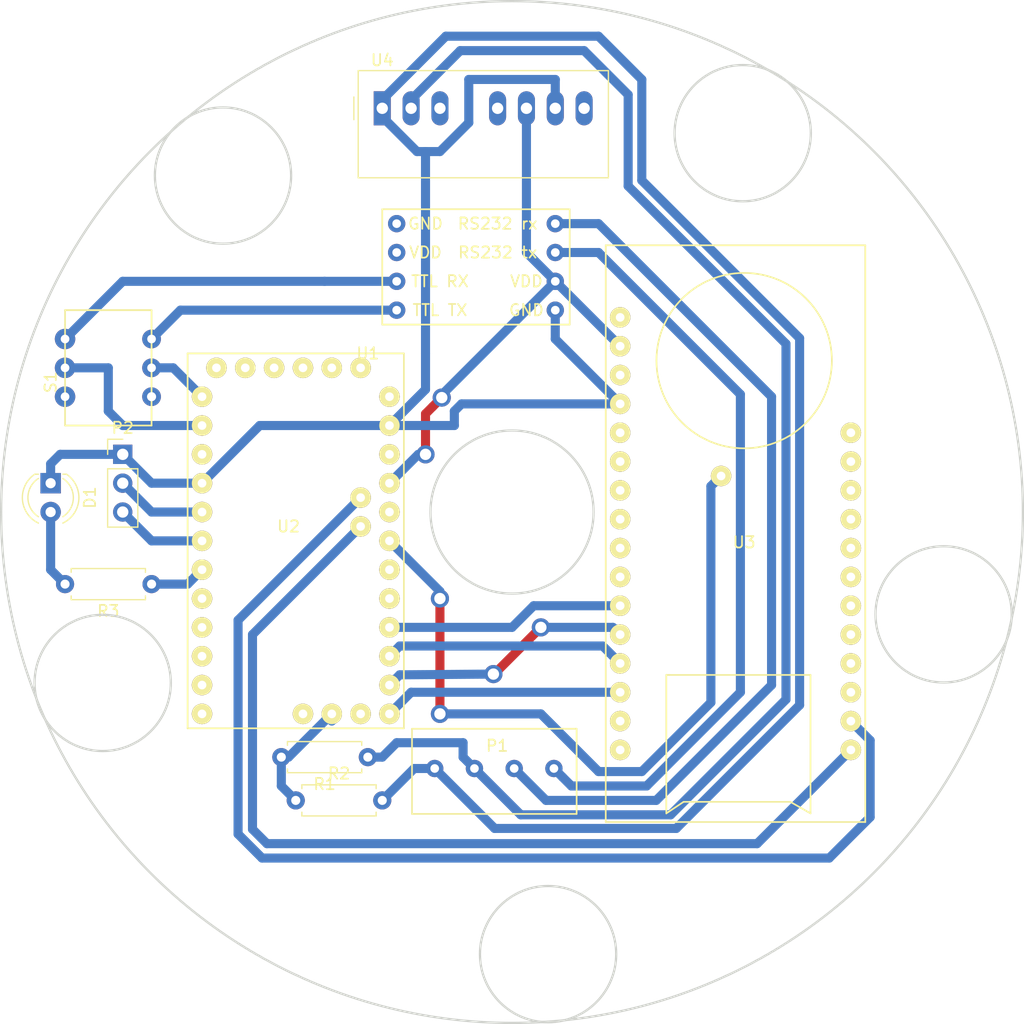
<source format=kicad_pcb>
(kicad_pcb (version 20171130) (host pcbnew 5.0.2-bee76a0~70~ubuntu16.04.1)

  (general
    (thickness 1.6)
    (drawings 7)
    (tracks 143)
    (zones 0)
    (modules 11)
    (nets 48)
  )

  (page A4)
  (layers
    (0 F.Cu signal)
    (31 B.Cu signal)
    (32 B.Adhes user)
    (33 F.Adhes user)
    (34 B.Paste user)
    (35 F.Paste user)
    (36 B.SilkS user)
    (37 F.SilkS user)
    (38 B.Mask user)
    (39 F.Mask user)
    (40 Dwgs.User user)
    (41 Cmts.User user)
    (42 Eco1.User user)
    (43 Eco2.User user)
    (44 Edge.Cuts user)
    (45 Margin user)
    (46 B.CrtYd user)
    (47 F.CrtYd user)
    (48 B.Fab user)
    (49 F.Fab user)
  )

  (setup
    (last_trace_width 0.8)
    (trace_clearance 1)
    (zone_clearance 0.508)
    (zone_45_only no)
    (trace_min 0.2)
    (segment_width 0.2)
    (edge_width 0.2)
    (via_size 1.6)
    (via_drill 1)
    (via_min_size 0.4)
    (via_min_drill 0.3)
    (uvia_size 0.3)
    (uvia_drill 0.1)
    (uvias_allowed no)
    (uvia_min_size 0.2)
    (uvia_min_drill 0.1)
    (pcb_text_width 0.3)
    (pcb_text_size 1.5 1.5)
    (mod_edge_width 0.15)
    (mod_text_size 1 1)
    (mod_text_width 0.15)
    (pad_size 1.524 1.524)
    (pad_drill 0.762)
    (pad_to_mask_clearance 0.051)
    (solder_mask_min_width 0.25)
    (aux_axis_origin 0 0)
    (visible_elements FFFFFF7F)
    (pcbplotparams
      (layerselection 0x010f0_ffffffff)
      (usegerberextensions true)
      (usegerberattributes false)
      (usegerberadvancedattributes false)
      (creategerberjobfile false)
      (excludeedgelayer true)
      (linewidth 0.100000)
      (plotframeref false)
      (viasonmask false)
      (mode 1)
      (useauxorigin false)
      (hpglpennumber 1)
      (hpglpenspeed 20)
      (hpglpendiameter 15.000000)
      (psnegative false)
      (psa4output false)
      (plotreference true)
      (plotvalue true)
      (plotinvisibletext false)
      (padsonsilk false)
      (subtractmaskfromsilk false)
      (outputformat 1)
      (mirror false)
      (drillshape 0)
      (scaleselection 1)
      (outputdirectory "gerber/"))
  )

  (net 0 "")
  (net 1 +BATT)
  (net 2 /RS232TX)
  (net 3 GND)
  (net 4 /RS232RX)
  (net 5 "Net-(P2-Pad2)")
  (net 6 "Net-(P2-Pad3)")
  (net 7 "Net-(R1-Pad2)")
  (net 8 "Net-(S1-Pad1)")
  (net 9 "Net-(S1-Pad2)")
  (net 10 "Net-(S1-Pad3)")
  (net 11 "Net-(S1-Pad4)")
  (net 12 "Net-(S1-Pad5)")
  (net 13 "Net-(S1-Pad6)")
  (net 14 +3V3)
  (net 15 "Net-(U1-Pad7)")
  (net 16 "Net-(U1-Pad8)")
  (net 17 "Net-(U2-Pad33)")
  (net 18 "Net-(U2-Pad28)")
  (net 19 "Net-(U2-Pad27)")
  (net 20 "Net-(U2-Pad26)")
  (net 21 "Net-(U2-Pad25)")
  (net 22 "Net-(U2-Pad24)")
  (net 23 "Net-(U2-Pad1)")
  (net 24 "Net-(U2-Pad2)")
  (net 25 "Net-(U2-Pad3)")
  (net 26 "Net-(U2-Pad4)")
  (net 27 "Net-(U2-Pad5)")
  (net 28 "Net-(U2-Pad6)")
  (net 29 "Net-(U2-Pad7)")
  (net 30 "Net-(U2-Pad9)")
  (net 31 "Net-(U2-Pad11)")
  (net 32 "Net-(U2-Pad12)")
  (net 33 "Net-(U2-Pad13)")
  (net 34 "Net-(U2-Pad15)")
  (net 35 "Net-(U2-Pad16)")
  (net 36 "Net-(U2-Pad17)")
  (net 37 "Net-(U2-Pad18)")
  (net 38 "Net-(U2-Pad19)")
  (net 39 "Net-(U2-Pad23)")
  (net 40 "Net-(U2-Pad22)")
  (net 41 "Net-(U2-Pad21)")
  (net 42 "Net-(U4-Pad5)")
  (net 43 "Net-(U4-Pad3)")
  (net 44 "Net-(U4-Pad8)")
  (net 45 "Net-(R3-Pad1)")
  (net 46 "Net-(D1-Pad2)")
  (net 47 "Net-(U2-Pad14)")

  (net_class Default "This is the default net class."
    (clearance 1)
    (trace_width 0.8)
    (via_dia 1.6)
    (via_drill 1)
    (uvia_dia 0.3)
    (uvia_drill 0.1)
    (add_net +3V3)
    (add_net +BATT)
    (add_net /RS232RX)
    (add_net /RS232TX)
    (add_net GND)
    (add_net "Net-(D1-Pad2)")
    (add_net "Net-(P2-Pad2)")
    (add_net "Net-(P2-Pad3)")
    (add_net "Net-(R1-Pad2)")
    (add_net "Net-(R3-Pad1)")
    (add_net "Net-(S1-Pad1)")
    (add_net "Net-(S1-Pad2)")
    (add_net "Net-(S1-Pad3)")
    (add_net "Net-(S1-Pad4)")
    (add_net "Net-(S1-Pad5)")
    (add_net "Net-(S1-Pad6)")
    (add_net "Net-(U1-Pad7)")
    (add_net "Net-(U1-Pad8)")
    (add_net "Net-(U2-Pad1)")
    (add_net "Net-(U2-Pad11)")
    (add_net "Net-(U2-Pad12)")
    (add_net "Net-(U2-Pad13)")
    (add_net "Net-(U2-Pad14)")
    (add_net "Net-(U2-Pad15)")
    (add_net "Net-(U2-Pad16)")
    (add_net "Net-(U2-Pad17)")
    (add_net "Net-(U2-Pad18)")
    (add_net "Net-(U2-Pad19)")
    (add_net "Net-(U2-Pad2)")
    (add_net "Net-(U2-Pad21)")
    (add_net "Net-(U2-Pad22)")
    (add_net "Net-(U2-Pad23)")
    (add_net "Net-(U2-Pad24)")
    (add_net "Net-(U2-Pad25)")
    (add_net "Net-(U2-Pad26)")
    (add_net "Net-(U2-Pad27)")
    (add_net "Net-(U2-Pad28)")
    (add_net "Net-(U2-Pad3)")
    (add_net "Net-(U2-Pad33)")
    (add_net "Net-(U2-Pad4)")
    (add_net "Net-(U2-Pad5)")
    (add_net "Net-(U2-Pad6)")
    (add_net "Net-(U2-Pad7)")
    (add_net "Net-(U2-Pad9)")
    (add_net "Net-(U4-Pad3)")
    (add_net "Net-(U4-Pad5)")
    (add_net "Net-(U4-Pad8)")
  )

  (module lorenzo2018:ArduinoProMini (layer F.Cu) (tedit 5C475EF8) (tstamp 5C53F60D)
    (at 206.375 85.09)
    (path /5C46D779)
    (fp_text reference U2 (at 2.54 5.08) (layer F.SilkS)
      (effects (font (size 1 1) (thickness 0.15)))
    )
    (fp_text value arduino-pro-mini (at 3.81 -2.54) (layer F.Fab)
      (effects (font (size 1 1) (thickness 0.15)))
    )
    (fp_line (start -6.35 -10.16) (end 12.7 -10.16) (layer F.SilkS) (width 0.15))
    (fp_line (start 12.7 -10.16) (end 12.7 22.86) (layer F.SilkS) (width 0.15))
    (fp_line (start 12.7 22.86) (end -6.35 22.86) (layer F.SilkS) (width 0.15))
    (fp_line (start -6.35 22.86) (end -6.35 -10.16) (layer F.SilkS) (width 0.15))
    (pad 34 thru_hole circle (at -5.08 -3.81) (size 1.8 1.8) (drill 0.762) (layers *.Cu *.Mask F.SilkS)
      (net 12 "Net-(S1-Pad5)"))
    (pad 33 thru_hole circle (at -5.08 -1.27) (size 1.8 1.8) (drill 0.762) (layers *.Cu *.Mask F.SilkS)
      (net 17 "Net-(U2-Pad33)"))
    (pad 32 thru_hole circle (at -5.08 1.27) (size 1.8 1.8) (drill 0.762) (layers *.Cu *.Mask F.SilkS)
      (net 3 GND))
    (pad 31 thru_hole circle (at -5.08 3.81) (size 1.8 1.8) (drill 0.762) (layers *.Cu *.Mask F.SilkS)
      (net 5 "Net-(P2-Pad2)"))
    (pad 30 thru_hole circle (at -5.08 6.35) (size 1.8 1.8) (drill 0.762) (layers *.Cu *.Mask F.SilkS)
      (net 6 "Net-(P2-Pad3)"))
    (pad 29 thru_hole circle (at -5.08 8.89) (size 1.8 1.8) (drill 0.762) (layers *.Cu *.Mask F.SilkS)
      (net 45 "Net-(R3-Pad1)"))
    (pad 28 thru_hole circle (at -5.08 11.43) (size 1.8 1.8) (drill 0.762) (layers *.Cu *.Mask F.SilkS)
      (net 18 "Net-(U2-Pad28)"))
    (pad 27 thru_hole circle (at -5.08 13.97) (size 1.8 1.8) (drill 0.762) (layers *.Cu *.Mask F.SilkS)
      (net 19 "Net-(U2-Pad27)"))
    (pad 26 thru_hole circle (at -5.08 16.51) (size 1.8 1.8) (drill 0.762) (layers *.Cu *.Mask F.SilkS)
      (net 20 "Net-(U2-Pad26)"))
    (pad 25 thru_hole circle (at -5.08 19.05) (size 1.8 1.8) (drill 0.762) (layers *.Cu *.Mask F.SilkS)
      (net 21 "Net-(U2-Pad25)"))
    (pad 24 thru_hole circle (at -5.08 21.59) (size 1.8 1.8) (drill 0.762) (layers *.Cu *.Mask F.SilkS)
      (net 22 "Net-(U2-Pad24)"))
    (pad 35 thru_hole circle (at -5.08 -6.35) (size 1.8 1.8) (drill 0.762) (layers *.Cu *.Mask F.SilkS)
      (net 9 "Net-(S1-Pad2)"))
    (pad 1 thru_hole circle (at -3.81 -8.89) (size 1.8 1.8) (drill 0.762) (layers *.Cu *.Mask F.SilkS)
      (net 23 "Net-(U2-Pad1)"))
    (pad 2 thru_hole circle (at -1.27 -8.89) (size 1.8 1.8) (drill 0.762) (layers *.Cu *.Mask F.SilkS)
      (net 24 "Net-(U2-Pad2)"))
    (pad 3 thru_hole circle (at 1.27 -8.89) (size 1.8 1.8) (drill 0.762) (layers *.Cu *.Mask F.SilkS)
      (net 25 "Net-(U2-Pad3)"))
    (pad 4 thru_hole circle (at 3.81 -8.89) (size 1.8 1.8) (drill 0.762) (layers *.Cu *.Mask F.SilkS)
      (net 26 "Net-(U2-Pad4)"))
    (pad 5 thru_hole circle (at 6.35 -8.89) (size 1.8 1.8) (drill 0.762) (layers *.Cu *.Mask F.SilkS)
      (net 27 "Net-(U2-Pad5)"))
    (pad 6 thru_hole circle (at 8.89 -8.89) (size 1.8 1.8) (drill 0.762) (layers *.Cu *.Mask F.SilkS)
      (net 28 "Net-(U2-Pad6)"))
    (pad 7 thru_hole circle (at 11.43 -6.35) (size 1.8 1.8) (drill 0.762) (layers *.Cu *.Mask F.SilkS)
      (net 29 "Net-(U2-Pad7)"))
    (pad 8 thru_hole circle (at 11.43 -3.81) (size 1.8 1.8) (drill 0.762) (layers *.Cu *.Mask F.SilkS)
      (net 3 GND))
    (pad 9 thru_hole circle (at 11.43 -1.27) (size 1.8 1.8) (drill 0.762) (layers *.Cu *.Mask F.SilkS)
      (net 30 "Net-(U2-Pad9)"))
    (pad 10 thru_hole circle (at 11.43 1.27) (size 1.8 1.8) (drill 0.762) (layers *.Cu *.Mask F.SilkS)
      (net 14 +3V3))
    (pad 11 thru_hole circle (at 11.43 3.81) (size 1.8 1.8) (drill 0.762) (layers *.Cu *.Mask F.SilkS)
      (net 31 "Net-(U2-Pad11)"))
    (pad 12 thru_hole circle (at 11.43 6.35) (size 1.8 1.8) (drill 0.762) (layers *.Cu *.Mask F.SilkS)
      (net 32 "Net-(U2-Pad12)"))
    (pad 13 thru_hole circle (at 11.43 8.89) (size 1.8 1.8) (drill 0.762) (layers *.Cu *.Mask F.SilkS)
      (net 33 "Net-(U2-Pad13)"))
    (pad 14 thru_hole circle (at 11.43 11.43) (size 1.8 1.8) (drill 0.762) (layers *.Cu *.Mask F.SilkS)
      (net 47 "Net-(U2-Pad14)"))
    (pad 15 thru_hole circle (at 11.43 13.97) (size 1.8 1.8) (drill 0.762) (layers *.Cu *.Mask F.SilkS)
      (net 34 "Net-(U2-Pad15)"))
    (pad 16 thru_hole circle (at 11.43 16.51) (size 1.8 1.8) (drill 0.762) (layers *.Cu *.Mask F.SilkS)
      (net 35 "Net-(U2-Pad16)"))
    (pad 17 thru_hole circle (at 11.43 19.05) (size 1.8 1.8) (drill 0.762) (layers *.Cu *.Mask F.SilkS)
      (net 36 "Net-(U2-Pad17)"))
    (pad 18 thru_hole circle (at 11.43 21.59) (size 1.8 1.8) (drill 0.762) (layers *.Cu *.Mask F.SilkS)
      (net 37 "Net-(U2-Pad18)"))
    (pad 19 thru_hole circle (at 8.89 21.59) (size 1.8 1.8) (drill 0.762) (layers *.Cu *.Mask F.SilkS)
      (net 38 "Net-(U2-Pad19)"))
    (pad 20 thru_hole circle (at 6.35 21.59) (size 1.8 1.8) (drill 0.762) (layers *.Cu *.Mask F.SilkS)
      (net 7 "Net-(R1-Pad2)"))
    (pad 23 thru_hole circle (at 3.81 21.59) (size 1.8 1.8) (drill 0.762) (layers *.Cu *.Mask F.SilkS)
      (net 39 "Net-(U2-Pad23)"))
    (pad 22 thru_hole circle (at 8.89 5.08) (size 1.8 1.8) (drill 0.762) (layers *.Cu *.Mask F.SilkS)
      (net 40 "Net-(U2-Pad22)"))
    (pad 21 thru_hole circle (at 8.89 2.54) (size 1.8 1.8) (drill 0.762) (layers *.Cu *.Mask F.SilkS)
      (net 41 "Net-(U2-Pad21)"))
  )

  (module lorenzo2018:AdafruitRTC_SD (layer F.Cu) (tedit 5C47111F) (tstamp 5C53F6D2)
    (at 240.665 75.565)
    (path /5C46D7DE)
    (fp_text reference U3 (at 8.382 16.002) (layer F.SilkS)
      (effects (font (size 1 1) (thickness 0.15)))
    )
    (fp_text value adafruit_RTC_SD (at 7.62 13.97) (layer F.Fab)
      (effects (font (size 1 1) (thickness 0.15)))
    )
    (fp_line (start -3.81 -10.16) (end 19.05 -10.16) (layer F.SilkS) (width 0.15))
    (fp_line (start 19.05 -10.16) (end 19.05 40.64) (layer F.SilkS) (width 0.15))
    (fp_line (start 19.05 40.64) (end -3.81 40.64) (layer F.SilkS) (width 0.15))
    (fp_line (start -3.81 40.64) (end -3.81 -10.16) (layer F.SilkS) (width 0.15))
    (fp_line (start 1.778 27.686) (end 14.224 27.686) (layer F.SilkS) (width 0.15))
    (fp_line (start 14.224 27.686) (end 14.224 39.878) (layer F.SilkS) (width 0.15))
    (fp_line (start 14.224 39.878) (end 12.446 38.862) (layer F.SilkS) (width 0.15))
    (fp_line (start 12.446 38.862) (end 3.048 38.862) (layer F.SilkS) (width 0.15))
    (fp_line (start 3.048 38.862) (end 1.524 39.878) (layer F.SilkS) (width 0.15))
    (fp_line (start 1.524 39.878) (end 1.524 27.686) (layer F.SilkS) (width 0.15))
    (fp_line (start 1.524 27.686) (end 1.778 27.686) (layer F.SilkS) (width 0.15))
    (fp_circle (center 8.382 0) (end 13.97 -5.334) (layer F.SilkS) (width 0.15))
    (pad 1 thru_hole circle (at -2.54 -3.81) (size 1.8 1.8) (drill 0.762) (layers *.Cu *.Mask F.SilkS))
    (pad 2 thru_hole circle (at -2.54 -1.27) (size 1.8 1.8) (drill 0.762) (layers *.Cu *.Mask F.SilkS)
      (net 14 +3V3))
    (pad 3 thru_hole circle (at -2.54 1.27) (size 1.8 1.8) (drill 0.762) (layers *.Cu *.Mask F.SilkS))
    (pad 4 thru_hole circle (at -2.54 3.81) (size 1.8 1.8) (drill 0.762) (layers *.Cu *.Mask F.SilkS)
      (net 3 GND))
    (pad 5 thru_hole circle (at -2.54 6.35) (size 1.8 1.8) (drill 0.762) (layers *.Cu *.Mask F.SilkS))
    (pad 6 thru_hole circle (at -2.54 8.89) (size 1.8 1.8) (drill 0.762) (layers *.Cu *.Mask F.SilkS))
    (pad 7 thru_hole circle (at -2.54 11.43) (size 1.8 1.8) (drill 0.762) (layers *.Cu *.Mask F.SilkS))
    (pad 8 thru_hole circle (at -2.54 13.97) (size 1.8 1.8) (drill 0.762) (layers *.Cu *.Mask F.SilkS))
    (pad 9 thru_hole circle (at -2.54 16.51) (size 1.8 1.8) (drill 0.762) (layers *.Cu *.Mask F.SilkS))
    (pad 10 thru_hole circle (at -2.54 19.05) (size 1.8 1.8) (drill 0.762) (layers *.Cu *.Mask F.SilkS))
    (pad 11 thru_hole circle (at -2.54 21.59) (size 1.8 1.8) (drill 0.762) (layers *.Cu *.Mask F.SilkS)
      (net 34 "Net-(U2-Pad15)"))
    (pad 12 thru_hole circle (at -2.54 24.13) (size 1.8 1.8) (drill 0.762) (layers *.Cu *.Mask F.SilkS)
      (net 36 "Net-(U2-Pad17)"))
    (pad 13 thru_hole circle (at -2.54 26.67) (size 1.8 1.8) (drill 0.762) (layers *.Cu *.Mask F.SilkS)
      (net 35 "Net-(U2-Pad16)"))
    (pad 14 thru_hole circle (at -2.54 29.21) (size 1.8 1.8) (drill 0.762) (layers *.Cu *.Mask F.SilkS)
      (net 37 "Net-(U2-Pad18)"))
    (pad 15 thru_hole circle (at -2.54 31.75) (size 1.8 1.8) (drill 0.762) (layers *.Cu *.Mask F.SilkS))
    (pad 16 thru_hole circle (at -2.54 34.29) (size 1.8 1.8) (drill 0.762) (layers *.Cu *.Mask F.SilkS))
    (pad 17 thru_hole circle (at 17.78 34.29) (size 1.8 1.8) (drill 0.762) (layers *.Cu *.Mask F.SilkS)
      (net 40 "Net-(U2-Pad22)"))
    (pad 18 thru_hole circle (at 17.78 31.75) (size 1.8 1.8) (drill 0.762) (layers *.Cu *.Mask F.SilkS)
      (net 41 "Net-(U2-Pad21)"))
    (pad 19 thru_hole circle (at 17.78 29.21) (size 1.8 1.8) (drill 0.762) (layers *.Cu *.Mask F.SilkS))
    (pad 20 thru_hole circle (at 17.78 26.67) (size 1.8 1.8) (drill 0.762) (layers *.Cu *.Mask F.SilkS))
    (pad 21 thru_hole circle (at 17.78 24.13) (size 1.8 1.8) (drill 0.762) (layers *.Cu *.Mask F.SilkS))
    (pad 22 thru_hole circle (at 17.78 21.59) (size 1.8 1.8) (drill 0.762) (layers *.Cu *.Mask F.SilkS))
    (pad 23 thru_hole circle (at 17.78 19.05) (size 1.8 1.8) (drill 0.762) (layers *.Cu *.Mask F.SilkS))
    (pad 24 thru_hole circle (at 17.78 16.51) (size 1.8 1.8) (drill 0.762) (layers *.Cu *.Mask F.SilkS))
    (pad 25 thru_hole circle (at 17.78 13.97) (size 1.8 1.8) (drill 0.762) (layers *.Cu *.Mask F.SilkS))
    (pad 26 thru_hole circle (at 17.78 11.43) (size 1.8 1.8) (drill 0.762) (layers *.Cu *.Mask F.SilkS))
    (pad 27 thru_hole circle (at 17.78 8.89) (size 1.8 1.8) (drill 0.762) (layers *.Cu *.Mask F.SilkS))
    (pad 28 thru_hole circle (at 17.78 6.35) (size 1.8 1.8) (drill 0.762) (layers *.Cu *.Mask F.SilkS))
    (pad 29 thru_hole circle (at 6.35 10.16) (size 1.8 1.8) (drill 0.762) (layers *.Cu *.Mask F.SilkS)
      (net 32 "Net-(U2-Pad12)"))
  )

  (module Converter_DCDC:Converter_DCDC_TRACO_TMR-xxxx_THT (layer F.Cu) (tedit 59FECDC8) (tstamp 5C53F56B)
    (at 217.17 53.34)
    (descr "DCDC-Converter, TRACO, TMR xxxx, Single/Dual output, http://www.datasheetlib.com/datasheet/135136/tmr-2-2410e_traco-power.html?page=3#datasheet")
    (tags "DCDC-Converter TRACO TMRxxxx Single/Dual_output")
    (path /5C485486)
    (fp_text reference U4 (at 0 -4.24) (layer F.SilkS)
      (effects (font (size 1 1) (thickness 0.15)))
    )
    (fp_text value TRACO2410 (at 9.5 8) (layer F.Fab)
      (effects (font (size 1 1) (thickness 0.15)))
    )
    (fp_line (start -2.25 -3.45) (end -2.25 6.25) (layer F.CrtYd) (width 0.05))
    (fp_line (start -2.25 -3.45) (end 20.05 -3.45) (layer F.CrtYd) (width 0.05))
    (fp_line (start -2 1) (end -2 6) (layer F.Fab) (width 0.1))
    (fp_line (start 19.8 -3.2) (end -2 -3.2) (layer F.Fab) (width 0.1))
    (fp_line (start 19.8 -3.2) (end 19.8 6) (layer F.Fab) (width 0.1))
    (fp_line (start 19.8 6) (end -2 6) (layer F.Fab) (width 0.1))
    (fp_line (start -2.25 6.25) (end 20.05 6.25) (layer F.CrtYd) (width 0.05))
    (fp_line (start 20.05 -3.45) (end 20.05 6.25) (layer F.CrtYd) (width 0.05))
    (fp_line (start -2.12 6.12) (end -2.12 -3.32) (layer F.SilkS) (width 0.12))
    (fp_line (start 19.92 6.12) (end -2.12 6.12) (layer F.SilkS) (width 0.12))
    (fp_line (start 19.92 -3.32) (end 19.92 6.12) (layer F.SilkS) (width 0.12))
    (fp_line (start -2.12 -3.32) (end 19.92 -3.32) (layer F.SilkS) (width 0.12))
    (fp_line (start -2 -3.2) (end -2 -1) (layer F.Fab) (width 0.1))
    (fp_line (start -2 -1) (end -1 0) (layer F.Fab) (width 0.1))
    (fp_line (start -2 1) (end -1 0) (layer F.Fab) (width 0.1))
    (fp_line (start -2.5 -1) (end -2.5 1) (layer F.SilkS) (width 0.12))
    (fp_text user %R (at 9.19 3.76) (layer F.Fab)
      (effects (font (size 1 1) (thickness 0.15)))
    )
    (pad 1 thru_hole rect (at 0 0) (size 1.5 3) (drill 1) (layers *.Cu *.Mask)
      (net 3 GND))
    (pad 2 thru_hole oval (at 2.54 0) (size 1.5 3) (drill 1) (layers *.Cu *.Mask)
      (net 1 +BATT))
    (pad 5 thru_hole oval (at 10.16 0) (size 1.5 3) (drill 1) (layers *.Cu *.Mask)
      (net 42 "Net-(U4-Pad5)"))
    (pad 6 thru_hole oval (at 12.7 0) (size 1.5 3) (drill 1) (layers *.Cu *.Mask)
      (net 14 +3V3))
    (pad 3 thru_hole oval (at 5.08 0) (size 1.5 3) (drill 1) (layers *.Cu *.Mask)
      (net 43 "Net-(U4-Pad3)"))
    (pad 7 thru_hole oval (at 15.24 0) (size 1.5 3) (drill 1) (layers *.Cu *.Mask)
      (net 3 GND))
    (pad 8 thru_hole oval (at 17.78 0) (size 1.5 3) (drill 1) (layers *.Cu *.Mask)
      (net 44 "Net-(U4-Pad8)"))
    (model ${KISYS3DMOD}/Converter_DCDC.3dshapes/Converter_DCDC_TRACO_TMR-xxxx_THT.wrl
      (at (xyz 0 0 0))
      (scale (xyz 1 1 1))
      (rotate (xyz 0 0 0))
    )
  )

  (module lorenzo2018:bornier_3.5_4 (layer F.Cu) (tedit 5C482E88) (tstamp 5C60672C)
    (at 224.79 110.49)
    (path /5C470C61)
    (fp_text reference P1 (at 2.5 -1) (layer F.SilkS)
      (effects (font (size 1 1) (thickness 0.15)))
    )
    (fp_text value CONN_01X04 (at 2.5 3.5) (layer F.Fab)
      (effects (font (size 1 1) (thickness 0.15)))
    )
    (fp_line (start -5 -2.5) (end -5 5) (layer F.SilkS) (width 0.15))
    (fp_line (start -5 5) (end 9.5 5) (layer F.SilkS) (width 0.15))
    (fp_line (start 9.5 5) (end 9.5 -2.5) (layer F.SilkS) (width 0.15))
    (fp_line (start 9.5 -2.5) (end -5 -2.5) (layer F.SilkS) (width 0.15))
    (pad 1 thru_hole circle (at -3 1) (size 1.524 1.524) (drill 0.762) (layers *.Cu *.Mask)
      (net 3 GND))
    (pad 2 thru_hole circle (at 0.5 1) (size 1.524 1.524) (drill 0.762) (layers *.Cu *.Mask)
      (net 1 +BATT))
    (pad 3 thru_hole circle (at 4 1) (size 1.524 1.524) (drill 0.762) (layers *.Cu *.Mask)
      (net 4 /RS232RX))
    (pad 4 thru_hole circle (at 7.5 1) (size 1.524 1.524) (drill 0.762) (layers *.Cu *.Mask)
      (net 2 /RS232TX))
  )

  (module Connector_PinHeader_2.54mm:PinHeader_1x03_P2.54mm_Vertical (layer F.Cu) (tedit 59FED5CC) (tstamp 5C6069E8)
    (at 194.31 83.82)
    (descr "Through hole straight pin header, 1x03, 2.54mm pitch, single row")
    (tags "Through hole pin header THT 1x03 2.54mm single row")
    (path /5C470736)
    (fp_text reference P2 (at 0 -2.33) (layer F.SilkS)
      (effects (font (size 1 1) (thickness 0.15)))
    )
    (fp_text value CONN_01X03 (at 0 7.41) (layer F.Fab)
      (effects (font (size 1 1) (thickness 0.15)))
    )
    (fp_line (start -0.635 -1.27) (end 1.27 -1.27) (layer F.Fab) (width 0.1))
    (fp_line (start 1.27 -1.27) (end 1.27 6.35) (layer F.Fab) (width 0.1))
    (fp_line (start 1.27 6.35) (end -1.27 6.35) (layer F.Fab) (width 0.1))
    (fp_line (start -1.27 6.35) (end -1.27 -0.635) (layer F.Fab) (width 0.1))
    (fp_line (start -1.27 -0.635) (end -0.635 -1.27) (layer F.Fab) (width 0.1))
    (fp_line (start -1.33 6.41) (end 1.33 6.41) (layer F.SilkS) (width 0.12))
    (fp_line (start -1.33 1.27) (end -1.33 6.41) (layer F.SilkS) (width 0.12))
    (fp_line (start 1.33 1.27) (end 1.33 6.41) (layer F.SilkS) (width 0.12))
    (fp_line (start -1.33 1.27) (end 1.33 1.27) (layer F.SilkS) (width 0.12))
    (fp_line (start -1.33 0) (end -1.33 -1.33) (layer F.SilkS) (width 0.12))
    (fp_line (start -1.33 -1.33) (end 0 -1.33) (layer F.SilkS) (width 0.12))
    (fp_line (start -1.8 -1.8) (end -1.8 6.85) (layer F.CrtYd) (width 0.05))
    (fp_line (start -1.8 6.85) (end 1.8 6.85) (layer F.CrtYd) (width 0.05))
    (fp_line (start 1.8 6.85) (end 1.8 -1.8) (layer F.CrtYd) (width 0.05))
    (fp_line (start 1.8 -1.8) (end -1.8 -1.8) (layer F.CrtYd) (width 0.05))
    (fp_text user %R (at 0 2.54 90) (layer F.Fab)
      (effects (font (size 1 1) (thickness 0.15)))
    )
    (pad 1 thru_hole rect (at 0 0) (size 1.7 1.7) (drill 1) (layers *.Cu *.Mask)
      (net 3 GND))
    (pad 2 thru_hole oval (at 0 2.54) (size 1.7 1.7) (drill 1) (layers *.Cu *.Mask)
      (net 5 "Net-(P2-Pad2)"))
    (pad 3 thru_hole oval (at 0 5.08) (size 1.7 1.7) (drill 1) (layers *.Cu *.Mask)
      (net 6 "Net-(P2-Pad3)"))
    (model ${KISYS3DMOD}/Connector_PinHeader_2.54mm.3dshapes/PinHeader_1x03_P2.54mm_Vertical.wrl
      (at (xyz 0 0 0))
      (scale (xyz 1 1 1))
      (rotate (xyz 0 0 0))
    )
  )

  (module LED_THT:LED_D4.0mm (layer F.Cu) (tedit 587A3A7B) (tstamp 5C606AC2)
    (at 187.96 86.36 270)
    (descr "LED, diameter 4.0mm, 2 pins, http://www.kingbright.com/attachments/file/psearch/000/00/00/L-43GD(Ver.12B).pdf")
    (tags "LED diameter 4.0mm 2 pins")
    (path /5C4886C1)
    (fp_text reference D1 (at 1.27 -3.46 270) (layer F.SilkS)
      (effects (font (size 1 1) (thickness 0.15)))
    )
    (fp_text value LED (at 1.27 3.46 270) (layer F.Fab)
      (effects (font (size 1 1) (thickness 0.15)))
    )
    (fp_arc (start 1.27 0) (end -0.73 -1.32665) (angle 292.9) (layer F.Fab) (width 0.1))
    (fp_arc (start 1.27 0) (end -0.79 -1.398749) (angle 120.1) (layer F.SilkS) (width 0.12))
    (fp_arc (start 1.27 0) (end -0.79 1.398749) (angle -120.1) (layer F.SilkS) (width 0.12))
    (fp_arc (start 1.27 0) (end -0.41333 -1.08) (angle 114.6) (layer F.SilkS) (width 0.12))
    (fp_arc (start 1.27 0) (end -0.41333 1.08) (angle -114.6) (layer F.SilkS) (width 0.12))
    (fp_circle (center 1.27 0) (end 3.27 0) (layer F.Fab) (width 0.1))
    (fp_line (start -0.73 -1.32665) (end -0.73 1.32665) (layer F.Fab) (width 0.1))
    (fp_line (start -0.79 -1.399) (end -0.79 -1.08) (layer F.SilkS) (width 0.12))
    (fp_line (start -0.79 1.08) (end -0.79 1.399) (layer F.SilkS) (width 0.12))
    (fp_line (start -1.45 -2.75) (end -1.45 2.75) (layer F.CrtYd) (width 0.05))
    (fp_line (start -1.45 2.75) (end 4 2.75) (layer F.CrtYd) (width 0.05))
    (fp_line (start 4 2.75) (end 4 -2.75) (layer F.CrtYd) (width 0.05))
    (fp_line (start 4 -2.75) (end -1.45 -2.75) (layer F.CrtYd) (width 0.05))
    (pad 1 thru_hole rect (at 0 0 270) (size 1.8 1.8) (drill 0.9) (layers *.Cu *.Mask)
      (net 3 GND))
    (pad 2 thru_hole circle (at 2.54 0 270) (size 1.8 1.8) (drill 0.9) (layers *.Cu *.Mask)
      (net 46 "Net-(D1-Pad2)"))
    (model ${KISYS3DMOD}/LED_THT.3dshapes/LED_D4.0mm.wrl
      (at (xyz 0 0 0))
      (scale (xyz 1 1 1))
      (rotate (xyz 0 0 0))
    )
  )

  (module Resistor_THT:R_Axial_DIN0207_L6.3mm_D2.5mm_P7.62mm_Horizontal (layer F.Cu) (tedit 5AE5139B) (tstamp 5C607391)
    (at 215.9 110.49 180)
    (descr "Resistor, Axial_DIN0207 series, Axial, Horizontal, pin pitch=7.62mm, 0.25W = 1/4W, length*diameter=6.3*2.5mm^2, http://cdn-reichelt.de/documents/datenblatt/B400/1_4W%23YAG.pdf")
    (tags "Resistor Axial_DIN0207 series Axial Horizontal pin pitch 7.62mm 0.25W = 1/4W length 6.3mm diameter 2.5mm")
    (path /5C46FC0E)
    (fp_text reference R1 (at 3.81 -2.37 180) (layer F.SilkS)
      (effects (font (size 1 1) (thickness 0.15)))
    )
    (fp_text value 14k (at 3.81 2.37 180) (layer F.Fab)
      (effects (font (size 1 1) (thickness 0.15)))
    )
    (fp_line (start 0.66 -1.25) (end 0.66 1.25) (layer F.Fab) (width 0.1))
    (fp_line (start 0.66 1.25) (end 6.96 1.25) (layer F.Fab) (width 0.1))
    (fp_line (start 6.96 1.25) (end 6.96 -1.25) (layer F.Fab) (width 0.1))
    (fp_line (start 6.96 -1.25) (end 0.66 -1.25) (layer F.Fab) (width 0.1))
    (fp_line (start 0 0) (end 0.66 0) (layer F.Fab) (width 0.1))
    (fp_line (start 7.62 0) (end 6.96 0) (layer F.Fab) (width 0.1))
    (fp_line (start 0.54 -1.04) (end 0.54 -1.37) (layer F.SilkS) (width 0.12))
    (fp_line (start 0.54 -1.37) (end 7.08 -1.37) (layer F.SilkS) (width 0.12))
    (fp_line (start 7.08 -1.37) (end 7.08 -1.04) (layer F.SilkS) (width 0.12))
    (fp_line (start 0.54 1.04) (end 0.54 1.37) (layer F.SilkS) (width 0.12))
    (fp_line (start 0.54 1.37) (end 7.08 1.37) (layer F.SilkS) (width 0.12))
    (fp_line (start 7.08 1.37) (end 7.08 1.04) (layer F.SilkS) (width 0.12))
    (fp_line (start -1.05 -1.5) (end -1.05 1.5) (layer F.CrtYd) (width 0.05))
    (fp_line (start -1.05 1.5) (end 8.67 1.5) (layer F.CrtYd) (width 0.05))
    (fp_line (start 8.67 1.5) (end 8.67 -1.5) (layer F.CrtYd) (width 0.05))
    (fp_line (start 8.67 -1.5) (end -1.05 -1.5) (layer F.CrtYd) (width 0.05))
    (fp_text user %R (at 3.81 0 180) (layer F.Fab)
      (effects (font (size 1 1) (thickness 0.15)))
    )
    (pad 1 thru_hole circle (at 0 0 180) (size 1.6 1.6) (drill 0.8) (layers *.Cu *.Mask)
      (net 1 +BATT))
    (pad 2 thru_hole oval (at 7.62 0 180) (size 1.6 1.6) (drill 0.8) (layers *.Cu *.Mask)
      (net 7 "Net-(R1-Pad2)"))
    (model ${KISYS3DMOD}/Resistor_THT.3dshapes/R_Axial_DIN0207_L6.3mm_D2.5mm_P7.62mm_Horizontal.wrl
      (at (xyz 0 0 0))
      (scale (xyz 1 1 1))
      (rotate (xyz 0 0 0))
    )
  )

  (module Resistor_THT:R_Axial_DIN0207_L6.3mm_D2.5mm_P7.62mm_Horizontal (layer F.Cu) (tedit 5AE5139B) (tstamp 5C607522)
    (at 209.55 114.3)
    (descr "Resistor, Axial_DIN0207 series, Axial, Horizontal, pin pitch=7.62mm, 0.25W = 1/4W, length*diameter=6.3*2.5mm^2, http://cdn-reichelt.de/documents/datenblatt/B400/1_4W%23YAG.pdf")
    (tags "Resistor Axial_DIN0207 series Axial Horizontal pin pitch 7.62mm 0.25W = 1/4W length 6.3mm diameter 2.5mm")
    (path /5C46FCA0)
    (fp_text reference R2 (at 3.81 -2.37) (layer F.SilkS)
      (effects (font (size 1 1) (thickness 0.15)))
    )
    (fp_text value 1.8k (at 3.81 2.37) (layer F.Fab)
      (effects (font (size 1 1) (thickness 0.15)))
    )
    (fp_text user %R (at 3.81 0) (layer F.Fab)
      (effects (font (size 1 1) (thickness 0.15)))
    )
    (fp_line (start 8.67 -1.5) (end -1.05 -1.5) (layer F.CrtYd) (width 0.05))
    (fp_line (start 8.67 1.5) (end 8.67 -1.5) (layer F.CrtYd) (width 0.05))
    (fp_line (start -1.05 1.5) (end 8.67 1.5) (layer F.CrtYd) (width 0.05))
    (fp_line (start -1.05 -1.5) (end -1.05 1.5) (layer F.CrtYd) (width 0.05))
    (fp_line (start 7.08 1.37) (end 7.08 1.04) (layer F.SilkS) (width 0.12))
    (fp_line (start 0.54 1.37) (end 7.08 1.37) (layer F.SilkS) (width 0.12))
    (fp_line (start 0.54 1.04) (end 0.54 1.37) (layer F.SilkS) (width 0.12))
    (fp_line (start 7.08 -1.37) (end 7.08 -1.04) (layer F.SilkS) (width 0.12))
    (fp_line (start 0.54 -1.37) (end 7.08 -1.37) (layer F.SilkS) (width 0.12))
    (fp_line (start 0.54 -1.04) (end 0.54 -1.37) (layer F.SilkS) (width 0.12))
    (fp_line (start 7.62 0) (end 6.96 0) (layer F.Fab) (width 0.1))
    (fp_line (start 0 0) (end 0.66 0) (layer F.Fab) (width 0.1))
    (fp_line (start 6.96 -1.25) (end 0.66 -1.25) (layer F.Fab) (width 0.1))
    (fp_line (start 6.96 1.25) (end 6.96 -1.25) (layer F.Fab) (width 0.1))
    (fp_line (start 0.66 1.25) (end 6.96 1.25) (layer F.Fab) (width 0.1))
    (fp_line (start 0.66 -1.25) (end 0.66 1.25) (layer F.Fab) (width 0.1))
    (pad 2 thru_hole oval (at 7.62 0) (size 1.6 1.6) (drill 0.8) (layers *.Cu *.Mask)
      (net 3 GND))
    (pad 1 thru_hole circle (at 0 0) (size 1.6 1.6) (drill 0.8) (layers *.Cu *.Mask)
      (net 7 "Net-(R1-Pad2)"))
    (model ${KISYS3DMOD}/Resistor_THT.3dshapes/R_Axial_DIN0207_L6.3mm_D2.5mm_P7.62mm_Horizontal.wrl
      (at (xyz 0 0 0))
      (scale (xyz 1 1 1))
      (rotate (xyz 0 0 0))
    )
  )

  (module Resistor_THT:R_Axial_DIN0207_L6.3mm_D2.5mm_P7.62mm_Horizontal (layer F.Cu) (tedit 5AE5139B) (tstamp 5C606BB2)
    (at 196.85 95.25 180)
    (descr "Resistor, Axial_DIN0207 series, Axial, Horizontal, pin pitch=7.62mm, 0.25W = 1/4W, length*diameter=6.3*2.5mm^2, http://cdn-reichelt.de/documents/datenblatt/B400/1_4W%23YAG.pdf")
    (tags "Resistor Axial_DIN0207 series Axial Horizontal pin pitch 7.62mm 0.25W = 1/4W length 6.3mm diameter 2.5mm")
    (path /5C48861C)
    (fp_text reference R3 (at 3.81 -2.37 180) (layer F.SilkS)
      (effects (font (size 1 1) (thickness 0.15)))
    )
    (fp_text value 470 (at 3.81 2.37 180) (layer F.Fab)
      (effects (font (size 1 1) (thickness 0.15)))
    )
    (fp_line (start 0.66 -1.25) (end 0.66 1.25) (layer F.Fab) (width 0.1))
    (fp_line (start 0.66 1.25) (end 6.96 1.25) (layer F.Fab) (width 0.1))
    (fp_line (start 6.96 1.25) (end 6.96 -1.25) (layer F.Fab) (width 0.1))
    (fp_line (start 6.96 -1.25) (end 0.66 -1.25) (layer F.Fab) (width 0.1))
    (fp_line (start 0 0) (end 0.66 0) (layer F.Fab) (width 0.1))
    (fp_line (start 7.62 0) (end 6.96 0) (layer F.Fab) (width 0.1))
    (fp_line (start 0.54 -1.04) (end 0.54 -1.37) (layer F.SilkS) (width 0.12))
    (fp_line (start 0.54 -1.37) (end 7.08 -1.37) (layer F.SilkS) (width 0.12))
    (fp_line (start 7.08 -1.37) (end 7.08 -1.04) (layer F.SilkS) (width 0.12))
    (fp_line (start 0.54 1.04) (end 0.54 1.37) (layer F.SilkS) (width 0.12))
    (fp_line (start 0.54 1.37) (end 7.08 1.37) (layer F.SilkS) (width 0.12))
    (fp_line (start 7.08 1.37) (end 7.08 1.04) (layer F.SilkS) (width 0.12))
    (fp_line (start -1.05 -1.5) (end -1.05 1.5) (layer F.CrtYd) (width 0.05))
    (fp_line (start -1.05 1.5) (end 8.67 1.5) (layer F.CrtYd) (width 0.05))
    (fp_line (start 8.67 1.5) (end 8.67 -1.5) (layer F.CrtYd) (width 0.05))
    (fp_line (start 8.67 -1.5) (end -1.05 -1.5) (layer F.CrtYd) (width 0.05))
    (fp_text user %R (at 3.81 0 180) (layer F.Fab)
      (effects (font (size 1 1) (thickness 0.15)))
    )
    (pad 1 thru_hole circle (at 0 0 180) (size 1.6 1.6) (drill 0.8) (layers *.Cu *.Mask)
      (net 45 "Net-(R3-Pad1)"))
    (pad 2 thru_hole oval (at 7.62 0 180) (size 1.6 1.6) (drill 0.8) (layers *.Cu *.Mask)
      (net 46 "Net-(D1-Pad2)"))
    (model ${KISYS3DMOD}/Resistor_THT.3dshapes/R_Axial_DIN0207_L6.3mm_D2.5mm_P7.62mm_Horizontal.wrl
      (at (xyz 0 0 0))
      (scale (xyz 1 1 1))
      (rotate (xyz 0 0 0))
    )
  )

  (module lorenzo2018:slide_sxitch_TE_ASE2204 (layer F.Cu) (tedit 5C48352C) (tstamp 5C6072F8)
    (at 193.04 77.47 270)
    (path /5C47ABD6)
    (fp_text reference S1 (at 0 5.08 270) (layer F.SilkS)
      (effects (font (size 1 1) (thickness 0.15)))
    )
    (fp_text value slideswitch (at 0 6.35 270) (layer F.Fab)
      (effects (font (size 1 1) (thickness 0.15)))
    )
    (fp_line (start -5.08 -3.81) (end 3.81 -3.81) (layer F.SilkS) (width 0.15))
    (fp_line (start 3.81 -3.81) (end 3.81 3.81) (layer F.SilkS) (width 0.15))
    (fp_line (start 3.81 3.81) (end -5.08 3.81) (layer F.SilkS) (width 0.15))
    (fp_line (start -6.35 3.81) (end -6.35 -3.81) (layer F.SilkS) (width 0.15))
    (fp_line (start -5.08 -3.81) (end -6.35 -3.81) (layer F.SilkS) (width 0.15))
    (fp_line (start -6.35 -3.81) (end -6.35 3.81) (layer F.SilkS) (width 0.15))
    (fp_line (start -6.35 3.81) (end -5.08 3.81) (layer F.SilkS) (width 0.15))
    (pad 1 thru_hole circle (at -3.81 -3.81 270) (size 1.65 1.65) (drill 0.762) (layers *.Cu *.Mask)
      (net 8 "Net-(S1-Pad1)"))
    (pad 2 thru_hole circle (at -1.27 -3.81 270) (size 1.65 1.65) (drill 0.762) (layers *.Cu *.Mask)
      (net 9 "Net-(S1-Pad2)"))
    (pad 3 thru_hole circle (at 1.27 -3.81 270) (size 1.65 1.65) (drill 0.8) (layers *.Cu *.Mask)
      (net 10 "Net-(S1-Pad3)"))
    (pad 4 thru_hole circle (at -3.81 3.81 270) (size 1.8 1.8) (drill 0.762) (layers *.Cu *.Mask)
      (net 11 "Net-(S1-Pad4)"))
    (pad 5 thru_hole circle (at -1.27 3.81 270) (size 1.8 1.8) (drill 0.762) (layers *.Cu *.Mask)
      (net 12 "Net-(S1-Pad5)"))
    (pad 6 thru_hole circle (at 1.27 3.81 270) (size 1.8 1.8) (drill 0.762) (layers *.Cu *.Mask)
      (net 13 "Net-(S1-Pad6)"))
  )

  (module lorenzo2018:rs232_TTL_onboard (layer F.Cu) (tedit 5C5072EA) (tstamp 5C5158E9)
    (at 222.25 71.12 180)
    (path /5C46DB02)
    (fp_text reference U1 (at 6.35 -3.81 180) (layer F.SilkS)
      (effects (font (size 1 1) (thickness 0.15)))
    )
    (fp_text value max232_onboard (at -5.08 -3.81 180) (layer F.Fab)
      (effects (font (size 1 1) (thickness 0.15)))
    )
    (fp_line (start -11.43 -1.27) (end -11.43 8.89) (layer F.SilkS) (width 0.15))
    (fp_line (start -11.43 8.89) (end 5.08 8.89) (layer F.SilkS) (width 0.15))
    (fp_line (start 5.08 8.89) (end 5.08 -1.27) (layer F.SilkS) (width 0.15))
    (fp_line (start 5.08 -1.27) (end -11.43 -1.27) (layer F.SilkS) (width 0.15))
    (fp_text user GND (at 1.27 7.62 180) (layer F.SilkS)
      (effects (font (size 1 1) (thickness 0.15)))
    )
    (fp_text user VDD (at 1.27 5.08 180) (layer F.SilkS)
      (effects (font (size 1 1) (thickness 0.15)))
    )
    (fp_text user "TTL RX" (at 0 2.54 180) (layer F.SilkS)
      (effects (font (size 1 1) (thickness 0.15)))
    )
    (fp_text user "TTL TX" (at 0 0 180) (layer F.SilkS)
      (effects (font (size 1 1) (thickness 0.15)))
    )
    (fp_text user VDD (at -7.62 2.54 180) (layer F.SilkS)
      (effects (font (size 1 1) (thickness 0.15)))
    )
    (fp_text user GND (at -7.62 0 180) (layer F.SilkS)
      (effects (font (size 1 1) (thickness 0.15)))
    )
    (fp_text user "RS232 rx" (at -5.08 7.62 180) (layer F.SilkS)
      (effects (font (size 1 1) (thickness 0.15)))
    )
    (fp_text user "RS232 tx" (at -5.08 5.08 180) (layer F.SilkS)
      (effects (font (size 1 1) (thickness 0.15)))
    )
    (pad 1 thru_hole circle (at -10.16 0 180) (size 1.524 1.524) (drill 0.762) (layers *.Cu *.Mask)
      (net 3 GND))
    (pad 2 thru_hole circle (at -10.16 2.54 180) (size 1.524 1.524) (drill 0.762) (layers *.Cu *.Mask)
      (net 14 +3V3))
    (pad 3 thru_hole circle (at -10.16 5.08 180) (size 1.524 1.524) (drill 0.762) (layers *.Cu *.Mask)
      (net 2 /RS232TX))
    (pad 4 thru_hole circle (at -10.16 7.62 180) (size 1.524 1.524) (drill 0.762) (layers *.Cu *.Mask)
      (net 4 /RS232RX))
    (pad 5 thru_hole circle (at 3.81 0 180) (size 1.524 1.524) (drill 0.762) (layers *.Cu *.Mask)
      (net 8 "Net-(S1-Pad1)"))
    (pad 6 thru_hole circle (at 3.81 2.54 180) (size 1.524 1.524) (drill 0.762) (layers *.Cu *.Mask)
      (net 11 "Net-(S1-Pad4)"))
    (pad 7 thru_hole circle (at 3.81 5.08 180) (size 1.524 1.524) (drill 0.762) (layers *.Cu *.Mask)
      (net 15 "Net-(U1-Pad7)"))
    (pad 8 thru_hole circle (at 3.81 7.62 180) (size 1.524 1.524) (drill 0.762) (layers *.Cu *.Mask)
      (net 16 "Net-(U1-Pad8)"))
  )

  (gr_circle (center 228.6 88.9) (end 273.6 88.9) (layer Edge.Cuts) (width 0.2))
  (gr_circle (center 266.615981 97.913571) (end 272.615981 97.913571) (layer Edge.Cuts) (width 0.2) (tstamp 5C4828AD))
  (gr_circle (center 231.775169 127.840693) (end 237.775169 127.840693) (layer Edge.Cuts) (width 0.2) (tstamp 5C4828AC))
  (gr_circle (center 192.546381 103.953101) (end 198.546381 103.953101) (layer Edge.Cuts) (width 0.2) (tstamp 5C4828AB))
  (gr_circle (center 203.142469 59.262634) (end 209.142469 59.262634) (layer Edge.Cuts) (width 0.2) (tstamp 5C4828AA))
  (gr_circle (center 248.92 55.53) (end 254.92 55.53) (layer Edge.Cuts) (width 0.2))
  (gr_circle (center 228.6 88.9) (end 235.784205 88.9) (layer Edge.Cuts) (width 0.2))

  (segment (start 224.29 109.22) (end 218.44 109.22) (width 0.8) (layer B.Cu) (net 1))
  (segment (start 217.17 110.49) (end 218.44 109.22) (width 0.8) (layer B.Cu) (net 1))
  (segment (start 215.9 110.49) (end 217.17 110.49) (width 0.8) (layer B.Cu) (net 1))
  (segment (start 224.29 110.49) (end 225.29 111.49) (width 0.8) (layer B.Cu) (net 1))
  (segment (start 224.29 109.22) (end 224.29 110.49) (width 0.8) (layer B.Cu) (net 1))
  (segment (start 242.570002 115.569998) (end 229.369998 115.569998) (width 0.8) (layer B.Cu) (net 1))
  (segment (start 252.729999 105.410001) (end 242.570002 115.569998) (width 0.8) (layer B.Cu) (net 1))
  (segment (start 252.729999 74.087069) (end 252.729999 105.410001) (width 0.8) (layer B.Cu) (net 1))
  (segment (start 238.829989 60.18706) (end 252.729999 74.087069) (width 0.8) (layer B.Cu) (net 1))
  (segment (start 238.829989 52.139989) (end 238.829989 60.18706) (width 0.8) (layer B.Cu) (net 1))
  (segment (start 219.71 52.59) (end 224.04 48.26) (width 0.8) (layer B.Cu) (net 1))
  (segment (start 229.369998 115.569998) (end 225.29 111.49) (width 0.8) (layer B.Cu) (net 1))
  (segment (start 219.71 53.34) (end 219.71 52.59) (width 0.8) (layer B.Cu) (net 1))
  (segment (start 224.04 48.26) (end 234.95 48.26) (width 0.8) (layer B.Cu) (net 1))
  (segment (start 234.95 48.26) (end 238.829989 52.139989) (width 0.8) (layer B.Cu) (net 1))
  (segment (start 248.715001 78.535001) (end 248.715001 104.77207) (width 0.8) (layer B.Cu) (net 2))
  (segment (start 240.457071 113.03) (end 233.83 113.03) (width 0.8) (layer B.Cu) (net 2))
  (segment (start 236.22 66.04) (end 248.715001 78.535001) (width 0.8) (layer B.Cu) (net 2))
  (segment (start 232.41 66.04) (end 236.22 66.04) (width 0.8) (layer B.Cu) (net 2))
  (segment (start 248.715001 104.77207) (end 240.457071 113.03) (width 0.8) (layer B.Cu) (net 2))
  (segment (start 233.051999 112.251999) (end 232.29 111.49) (width 0.8) (layer B.Cu) (net 2))
  (segment (start 233.83 113.03) (end 233.051999 112.251999) (width 0.8) (layer B.Cu) (net 2))
  (segment (start 196.85 86.36) (end 194.31 83.82) (width 0.8) (layer B.Cu) (net 3))
  (segment (start 201.295 86.36) (end 196.85 86.36) (width 0.8) (layer B.Cu) (net 3))
  (segment (start 187.96 84.66) (end 187.96 86.36) (width 0.8) (layer B.Cu) (net 3))
  (segment (start 188.8 83.82) (end 187.96 84.66) (width 0.8) (layer B.Cu) (net 3))
  (segment (start 194.31 83.82) (end 188.8 83.82) (width 0.8) (layer B.Cu) (net 3))
  (segment (start 206.375 81.28) (end 201.295 86.36) (width 0.8) (layer B.Cu) (net 3))
  (segment (start 217.805 81.28) (end 206.375 81.28) (width 0.8) (layer B.Cu) (net 3))
  (segment (start 232.41 53.34) (end 232.41 50.8) (width 0.8) (layer B.Cu) (net 3))
  (segment (start 232.41 50.8) (end 224.79 50.8) (width 0.8) (layer B.Cu) (net 3))
  (segment (start 224.79 50.8) (end 224.79 54.61) (width 0.8) (layer B.Cu) (net 3))
  (segment (start 224.79 54.61) (end 222.25 57.15) (width 0.8) (layer B.Cu) (net 3))
  (segment (start 217.17 54.09) (end 217.17 53.34) (width 0.8) (layer B.Cu) (net 3))
  (segment (start 220.23 57.15) (end 217.17 54.09) (width 0.8) (layer B.Cu) (net 3))
  (segment (start 232.41 73.66) (end 238.125 79.375) (width 0.8) (layer B.Cu) (net 3))
  (segment (start 232.41 71.12) (end 232.41 73.66) (width 0.8) (layer B.Cu) (net 3))
  (segment (start 217.805 81.28) (end 223.52 81.28) (width 0.8) (layer B.Cu) (net 3))
  (segment (start 223.52 81.28) (end 223.52 80.01) (width 0.8) (layer B.Cu) (net 3))
  (segment (start 224.155 79.375) (end 236.852208 79.375) (width 0.8) (layer B.Cu) (net 3))
  (segment (start 236.852208 79.375) (end 238.125 79.375) (width 0.8) (layer B.Cu) (net 3))
  (segment (start 223.52 80.01) (end 224.155 79.375) (width 0.8) (layer B.Cu) (net 3))
  (segment (start 219.98 111.49) (end 217.17 114.3) (width 0.8) (layer B.Cu) (net 3))
  (segment (start 221.79 111.49) (end 219.98 111.49) (width 0.8) (layer B.Cu) (net 3))
  (segment (start 227.070009 116.770009) (end 221.79 111.49) (width 0.8) (layer B.Cu) (net 3))
  (segment (start 243.067062 116.770009) (end 227.070009 116.770009) (width 0.8) (layer B.Cu) (net 3))
  (segment (start 253.93001 105.907061) (end 243.067062 116.770009) (width 0.8) (layer B.Cu) (net 3))
  (segment (start 240.03 59.69) (end 253.93001 73.59001) (width 0.8) (layer B.Cu) (net 3))
  (segment (start 240.03 50.8) (end 240.03 59.69) (width 0.8) (layer B.Cu) (net 3))
  (segment (start 217.17 53.34) (end 217.17 52.59) (width 0.8) (layer B.Cu) (net 3))
  (segment (start 222.77 46.99) (end 236.22 46.99) (width 0.8) (layer B.Cu) (net 3))
  (segment (start 253.93001 73.59001) (end 253.93001 105.907061) (width 0.8) (layer B.Cu) (net 3))
  (segment (start 236.22 46.99) (end 240.03 50.8) (width 0.8) (layer B.Cu) (net 3))
  (segment (start 217.17 52.59) (end 222.77 46.99) (width 0.8) (layer B.Cu) (net 3))
  (segment (start 220.98 78.105) (end 220.98 74.93) (width 0.8) (layer B.Cu) (net 3))
  (segment (start 217.805 81.28) (end 220.98 78.105) (width 0.8) (layer B.Cu) (net 3))
  (segment (start 220.98 74.93) (end 220.98 57.15) (width 0.8) (layer B.Cu) (net 3))
  (segment (start 220.98 57.15) (end 220.23 57.15) (width 0.8) (layer B.Cu) (net 3))
  (segment (start 222.25 57.15) (end 220.98 57.15) (width 0.8) (layer B.Cu) (net 3))
  (segment (start 231.6 114.3) (end 228.79 111.49) (width 0.8) (layer B.Cu) (net 4))
  (segment (start 241.3 114.3) (end 231.6 114.3) (width 0.8) (layer B.Cu) (net 4))
  (segment (start 232.41 63.5) (end 236.22 63.5) (width 0.8) (layer B.Cu) (net 4))
  (segment (start 251.46 78.74) (end 251.46 104.14) (width 0.8) (layer B.Cu) (net 4))
  (segment (start 236.22 63.5) (end 251.46 78.74) (width 0.8) (layer B.Cu) (net 4))
  (segment (start 251.46 104.14) (end 241.3 114.3) (width 0.8) (layer B.Cu) (net 4))
  (segment (start 196.85 88.9) (end 194.31 86.36) (width 0.8) (layer B.Cu) (net 5))
  (segment (start 201.295 88.9) (end 196.85 88.9) (width 0.8) (layer B.Cu) (net 5))
  (segment (start 196.85 91.44) (end 194.31 88.9) (width 0.8) (layer B.Cu) (net 6))
  (segment (start 201.295 91.44) (end 196.85 91.44) (width 0.8) (layer B.Cu) (net 6))
  (segment (start 212.725 106.68) (end 212.725 107.315) (width 0.8) (layer B.Cu) (net 7))
  (segment (start 208.915 110.49) (end 208.28 110.49) (width 0.8) (layer B.Cu) (net 7))
  (segment (start 212.725 106.68) (end 208.915 110.49) (width 0.8) (layer B.Cu) (net 7))
  (segment (start 208.28 113.03) (end 209.55 114.3) (width 0.8) (layer B.Cu) (net 7))
  (segment (start 208.28 110.49) (end 208.28 113.03) (width 0.8) (layer B.Cu) (net 7))
  (segment (start 217.17 71.12) (end 218.44 71.12) (width 0.8) (layer B.Cu) (net 8))
  (segment (start 199.39 71.12) (end 217.17 71.12) (width 0.8) (layer B.Cu) (net 8))
  (segment (start 196.85 73.66) (end 199.39 71.12) (width 0.8) (layer B.Cu) (net 8))
  (segment (start 198.755 76.2) (end 201.295 78.74) (width 0.8) (layer B.Cu) (net 9))
  (segment (start 196.85 76.2) (end 198.755 76.2) (width 0.8) (layer B.Cu) (net 9))
  (segment (start 212.09 68.58) (end 194.31 68.58) (width 0.8) (layer B.Cu) (net 11))
  (segment (start 194.31 68.58) (end 189.23 73.66) (width 0.8) (layer B.Cu) (net 11))
  (segment (start 212.09 68.58) (end 218.44 68.58) (width 0.8) (layer B.Cu) (net 11))
  (segment (start 189.23 76.2) (end 193.04 76.2) (width 0.8) (layer B.Cu) (net 12))
  (segment (start 193.04 76.2) (end 193.04 80.01) (width 0.8) (layer B.Cu) (net 12))
  (segment (start 194.31 81.28) (end 201.295 81.28) (width 0.8) (layer B.Cu) (net 12))
  (segment (start 193.04 80.01) (end 194.31 81.28) (width 0.8) (layer B.Cu) (net 12))
  (segment (start 229.87 66.04) (end 232.41 68.58) (width 0.8) (layer B.Cu) (net 14))
  (segment (start 229.87 53.34) (end 229.87 66.04) (width 0.8) (layer B.Cu) (net 14))
  (segment (start 232.41 68.58) (end 238.125 74.295) (width 0.8) (layer B.Cu) (net 14))
  (via (at 220.98 83.81998) (size 1.6) (drill 1) (layers F.Cu B.Cu) (net 14))
  (segment (start 220.34502 83.81998) (end 220.98 83.81998) (width 0.8) (layer B.Cu) (net 14))
  (segment (start 217.805 86.36) (end 220.34502 83.81998) (width 0.8) (layer B.Cu) (net 14))
  (segment (start 232.41 68.58) (end 222.411095 78.578905) (width 0.8) (layer B.Cu) (net 14))
  (via (at 222.411095 78.820544) (size 1.6) (drill 1) (layers F.Cu B.Cu) (net 14))
  (segment (start 221.611096 79.620543) (end 222.411095 78.820544) (width 0.8) (layer F.Cu) (net 14))
  (segment (start 220.98 80.251639) (end 221.611096 79.620543) (width 0.8) (layer F.Cu) (net 14))
  (segment (start 220.98 83.81998) (end 220.98 80.251639) (width 0.8) (layer F.Cu) (net 14))
  (segment (start 222.411095 78.578905) (end 222.411095 78.820544) (width 0.8) (layer B.Cu) (net 14))
  (via (at 222.25 106.68) (size 1.6) (drill 1) (layers F.Cu B.Cu) (net 32))
  (segment (start 222.25 106.68) (end 222.25 96.52) (width 0.8) (layer F.Cu) (net 32))
  (via (at 222.25 96.52) (size 1.6) (drill 1) (layers F.Cu B.Cu) (net 32))
  (segment (start 222.25 95.885) (end 217.805 91.44) (width 0.8) (layer B.Cu) (net 32))
  (segment (start 222.25 96.52) (end 222.25 95.885) (width 0.8) (layer B.Cu) (net 32))
  (segment (start 231.14 106.68) (end 222.25 106.68) (width 0.8) (layer B.Cu) (net 32))
  (segment (start 236.22 111.76) (end 231.14 106.68) (width 0.8) (layer B.Cu) (net 32))
  (segment (start 240.03 111.76) (end 236.22 111.76) (width 0.8) (layer B.Cu) (net 32))
  (segment (start 246.115001 105.674999) (end 240.03 111.76) (width 0.8) (layer B.Cu) (net 32))
  (segment (start 247.015 85.725) (end 246.115001 86.624999) (width 0.8) (layer B.Cu) (net 32))
  (segment (start 246.115001 86.624999) (end 246.115001 105.674999) (width 0.8) (layer B.Cu) (net 32))
  (segment (start 228.6 99.06) (end 230.505 97.155) (width 0.8) (layer B.Cu) (net 34))
  (segment (start 230.505 97.155) (end 238.125 97.155) (width 0.8) (layer B.Cu) (net 34))
  (segment (start 217.805 99.06) (end 228.6 99.06) (width 0.8) (layer B.Cu) (net 34))
  (segment (start 236.590001 100.700001) (end 238.125 102.235) (width 0.8) (layer B.Cu) (net 35))
  (segment (start 218.704999 100.700001) (end 236.590001 100.700001) (width 0.8) (layer B.Cu) (net 35))
  (segment (start 217.805 101.6) (end 218.704999 100.700001) (width 0.8) (layer B.Cu) (net 35))
  (segment (start 237.49 99.06) (end 238.125 99.695) (width 0.8) (layer B.Cu) (net 36))
  (segment (start 217.805 104.14) (end 218.704999 103.240001) (width 0.8) (layer B.Cu) (net 36))
  (segment (start 231.14 99.06) (end 237.49 99.06) (width 0.8) (layer B.Cu) (net 36))
  (via (at 226.959999 103.175) (size 1.6) (drill 1) (layers F.Cu B.Cu) (net 36))
  (segment (start 226.959999 103.240001) (end 226.959999 103.175) (width 0.8) (layer B.Cu) (net 36))
  (segment (start 218.704999 103.240001) (end 226.959999 103.175) (width 0.8) (layer B.Cu) (net 36))
  (segment (start 226.959999 103.175) (end 227.025 103.175) (width 0.8) (layer F.Cu) (net 36))
  (via (at 231.14 99.06) (size 1.6) (drill 1) (layers F.Cu B.Cu) (net 36))
  (segment (start 227.025 103.175) (end 231.14 99.06) (width 0.8) (layer F.Cu) (net 36))
  (segment (start 219.71 104.775) (end 238.125 104.775) (width 0.8) (layer B.Cu) (net 37))
  (segment (start 217.805 106.68) (end 219.71 104.775) (width 0.8) (layer B.Cu) (net 37))
  (segment (start 250.19 118.11) (end 258.445 109.855) (width 0.8) (layer B.Cu) (net 40))
  (segment (start 207.01 118.11) (end 250.19 118.11) (width 0.8) (layer B.Cu) (net 40))
  (segment (start 205.74 116.84) (end 207.01 118.11) (width 0.8) (layer B.Cu) (net 40))
  (segment (start 205.74 99.695) (end 205.74 116.84) (width 0.8) (layer B.Cu) (net 40))
  (segment (start 215.265 90.17) (end 205.74 99.695) (width 0.8) (layer B.Cu) (net 40))
  (segment (start 256.54 119.38) (end 260.145001 115.774999) (width 0.8) (layer B.Cu) (net 41))
  (segment (start 260.145001 109.015001) (end 259.344999 108.214999) (width 0.8) (layer B.Cu) (net 41))
  (segment (start 260.145001 115.774999) (end 260.145001 109.015001) (width 0.8) (layer B.Cu) (net 41))
  (segment (start 259.344999 108.214999) (end 258.445 107.315) (width 0.8) (layer B.Cu) (net 41))
  (segment (start 204.47 98.425) (end 204.47 117.267071) (width 0.8) (layer B.Cu) (net 41))
  (segment (start 215.265 87.63) (end 204.47 98.425) (width 0.8) (layer B.Cu) (net 41))
  (segment (start 206.582929 119.38) (end 256.54 119.38) (width 0.8) (layer B.Cu) (net 41))
  (segment (start 204.47 117.267071) (end 206.582929 119.38) (width 0.8) (layer B.Cu) (net 41))
  (segment (start 200.025 95.25) (end 201.295 93.98) (width 0.8) (layer B.Cu) (net 45))
  (segment (start 196.85 95.25) (end 200.025 95.25) (width 0.8) (layer B.Cu) (net 45))
  (segment (start 187.96 93.98) (end 189.23 95.25) (width 0.8) (layer B.Cu) (net 46))
  (segment (start 187.96 88.9) (end 187.96 93.98) (width 0.8) (layer B.Cu) (net 46))

)

</source>
